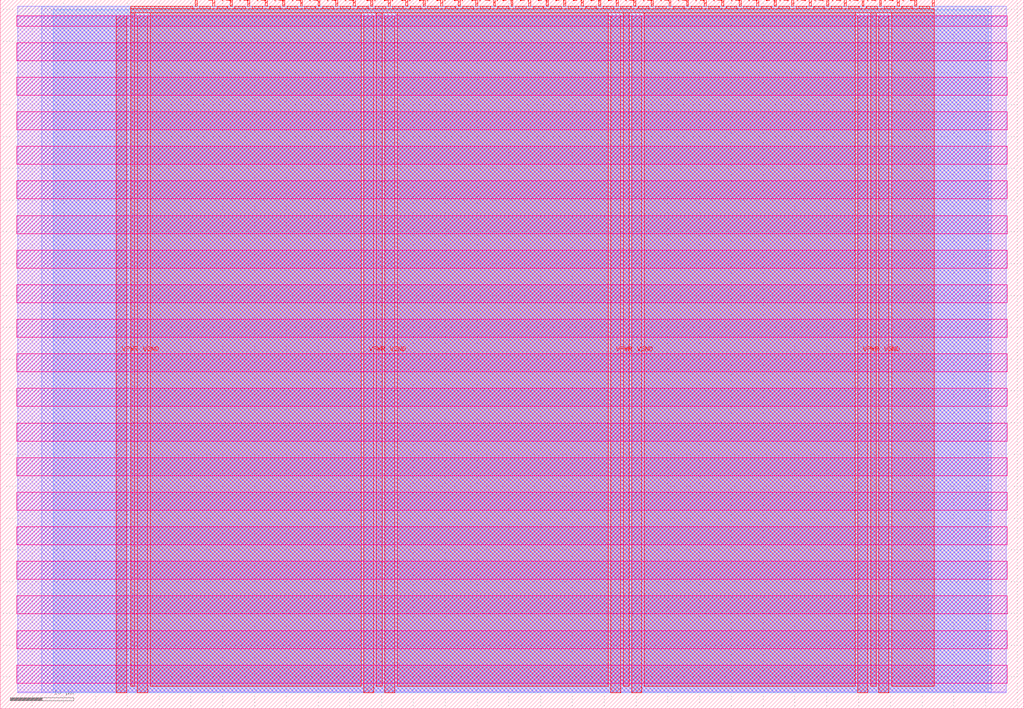
<source format=lef>
VERSION 5.7 ;
  NOWIREEXTENSIONATPIN ON ;
  DIVIDERCHAR "/" ;
  BUSBITCHARS "[]" ;
MACRO tt_um_rebeccargb_tt09ball_screensaver
  CLASS BLOCK ;
  FOREIGN tt_um_rebeccargb_tt09ball_screensaver ;
  ORIGIN 0.000 0.000 ;
  SIZE 161.000 BY 111.520 ;
  PIN VGND
    DIRECTION INOUT ;
    USE GROUND ;
    PORT
      LAYER met4 ;
        RECT 21.580 2.480 23.180 109.040 ;
    END
    PORT
      LAYER met4 ;
        RECT 60.450 2.480 62.050 109.040 ;
    END
    PORT
      LAYER met4 ;
        RECT 99.320 2.480 100.920 109.040 ;
    END
    PORT
      LAYER met4 ;
        RECT 138.190 2.480 139.790 109.040 ;
    END
  END VGND
  PIN VPWR
    DIRECTION INOUT ;
    USE POWER ;
    PORT
      LAYER met4 ;
        RECT 18.280 2.480 19.880 109.040 ;
    END
    PORT
      LAYER met4 ;
        RECT 57.150 2.480 58.750 109.040 ;
    END
    PORT
      LAYER met4 ;
        RECT 96.020 2.480 97.620 109.040 ;
    END
    PORT
      LAYER met4 ;
        RECT 134.890 2.480 136.490 109.040 ;
    END
  END VPWR
  PIN clk
    DIRECTION INPUT ;
    USE SIGNAL ;
    ANTENNAGATEAREA 0.852000 ;
    PORT
      LAYER met4 ;
        RECT 143.830 110.520 144.130 111.520 ;
    END
  END clk
  PIN ena
    DIRECTION INPUT ;
    USE SIGNAL ;
    PORT
      LAYER met4 ;
        RECT 146.590 110.520 146.890 111.520 ;
    END
  END ena
  PIN rst_n
    DIRECTION INPUT ;
    USE SIGNAL ;
    ANTENNAGATEAREA 0.196500 ;
    PORT
      LAYER met4 ;
        RECT 141.070 110.520 141.370 111.520 ;
    END
  END rst_n
  PIN ui_in[0]
    DIRECTION INPUT ;
    USE SIGNAL ;
    ANTENNAGATEAREA 0.196500 ;
    PORT
      LAYER met4 ;
        RECT 138.310 110.520 138.610 111.520 ;
    END
  END ui_in[0]
  PIN ui_in[1]
    DIRECTION INPUT ;
    USE SIGNAL ;
    ANTENNAGATEAREA 0.196500 ;
    PORT
      LAYER met4 ;
        RECT 135.550 110.520 135.850 111.520 ;
    END
  END ui_in[1]
  PIN ui_in[2]
    DIRECTION INPUT ;
    USE SIGNAL ;
    PORT
      LAYER met4 ;
        RECT 132.790 110.520 133.090 111.520 ;
    END
  END ui_in[2]
  PIN ui_in[3]
    DIRECTION INPUT ;
    USE SIGNAL ;
    PORT
      LAYER met4 ;
        RECT 130.030 110.520 130.330 111.520 ;
    END
  END ui_in[3]
  PIN ui_in[4]
    DIRECTION INPUT ;
    USE SIGNAL ;
    PORT
      LAYER met4 ;
        RECT 127.270 110.520 127.570 111.520 ;
    END
  END ui_in[4]
  PIN ui_in[5]
    DIRECTION INPUT ;
    USE SIGNAL ;
    PORT
      LAYER met4 ;
        RECT 124.510 110.520 124.810 111.520 ;
    END
  END ui_in[5]
  PIN ui_in[6]
    DIRECTION INPUT ;
    USE SIGNAL ;
    PORT
      LAYER met4 ;
        RECT 121.750 110.520 122.050 111.520 ;
    END
  END ui_in[6]
  PIN ui_in[7]
    DIRECTION INPUT ;
    USE SIGNAL ;
    PORT
      LAYER met4 ;
        RECT 118.990 110.520 119.290 111.520 ;
    END
  END ui_in[7]
  PIN uio_in[0]
    DIRECTION INPUT ;
    USE SIGNAL ;
    PORT
      LAYER met4 ;
        RECT 116.230 110.520 116.530 111.520 ;
    END
  END uio_in[0]
  PIN uio_in[1]
    DIRECTION INPUT ;
    USE SIGNAL ;
    PORT
      LAYER met4 ;
        RECT 113.470 110.520 113.770 111.520 ;
    END
  END uio_in[1]
  PIN uio_in[2]
    DIRECTION INPUT ;
    USE SIGNAL ;
    PORT
      LAYER met4 ;
        RECT 110.710 110.520 111.010 111.520 ;
    END
  END uio_in[2]
  PIN uio_in[3]
    DIRECTION INPUT ;
    USE SIGNAL ;
    PORT
      LAYER met4 ;
        RECT 107.950 110.520 108.250 111.520 ;
    END
  END uio_in[3]
  PIN uio_in[4]
    DIRECTION INPUT ;
    USE SIGNAL ;
    PORT
      LAYER met4 ;
        RECT 105.190 110.520 105.490 111.520 ;
    END
  END uio_in[4]
  PIN uio_in[5]
    DIRECTION INPUT ;
    USE SIGNAL ;
    PORT
      LAYER met4 ;
        RECT 102.430 110.520 102.730 111.520 ;
    END
  END uio_in[5]
  PIN uio_in[6]
    DIRECTION INPUT ;
    USE SIGNAL ;
    PORT
      LAYER met4 ;
        RECT 99.670 110.520 99.970 111.520 ;
    END
  END uio_in[6]
  PIN uio_in[7]
    DIRECTION INPUT ;
    USE SIGNAL ;
    PORT
      LAYER met4 ;
        RECT 96.910 110.520 97.210 111.520 ;
    END
  END uio_in[7]
  PIN uio_oe[0]
    DIRECTION OUTPUT ;
    USE SIGNAL ;
    ANTENNADIFFAREA 0.445500 ;
    PORT
      LAYER met4 ;
        RECT 49.990 110.520 50.290 111.520 ;
    END
  END uio_oe[0]
  PIN uio_oe[1]
    DIRECTION OUTPUT ;
    USE SIGNAL ;
    ANTENNADIFFAREA 0.445500 ;
    PORT
      LAYER met4 ;
        RECT 47.230 110.520 47.530 111.520 ;
    END
  END uio_oe[1]
  PIN uio_oe[2]
    DIRECTION OUTPUT ;
    USE SIGNAL ;
    ANTENNADIFFAREA 0.445500 ;
    PORT
      LAYER met4 ;
        RECT 44.470 110.520 44.770 111.520 ;
    END
  END uio_oe[2]
  PIN uio_oe[3]
    DIRECTION OUTPUT ;
    USE SIGNAL ;
    ANTENNADIFFAREA 0.445500 ;
    PORT
      LAYER met4 ;
        RECT 41.710 110.520 42.010 111.520 ;
    END
  END uio_oe[3]
  PIN uio_oe[4]
    DIRECTION OUTPUT ;
    USE SIGNAL ;
    ANTENNADIFFAREA 0.445500 ;
    PORT
      LAYER met4 ;
        RECT 38.950 110.520 39.250 111.520 ;
    END
  END uio_oe[4]
  PIN uio_oe[5]
    DIRECTION OUTPUT ;
    USE SIGNAL ;
    ANTENNADIFFAREA 0.445500 ;
    PORT
      LAYER met4 ;
        RECT 36.190 110.520 36.490 111.520 ;
    END
  END uio_oe[5]
  PIN uio_oe[6]
    DIRECTION OUTPUT ;
    USE SIGNAL ;
    ANTENNADIFFAREA 0.445500 ;
    PORT
      LAYER met4 ;
        RECT 33.430 110.520 33.730 111.520 ;
    END
  END uio_oe[6]
  PIN uio_oe[7]
    DIRECTION OUTPUT ;
    USE SIGNAL ;
    ANTENNADIFFAREA 0.445500 ;
    PORT
      LAYER met4 ;
        RECT 30.670 110.520 30.970 111.520 ;
    END
  END uio_oe[7]
  PIN uio_out[0]
    DIRECTION OUTPUT ;
    USE SIGNAL ;
    ANTENNADIFFAREA 0.445500 ;
    PORT
      LAYER met4 ;
        RECT 72.070 110.520 72.370 111.520 ;
    END
  END uio_out[0]
  PIN uio_out[1]
    DIRECTION OUTPUT ;
    USE SIGNAL ;
    ANTENNADIFFAREA 0.445500 ;
    PORT
      LAYER met4 ;
        RECT 69.310 110.520 69.610 111.520 ;
    END
  END uio_out[1]
  PIN uio_out[2]
    DIRECTION OUTPUT ;
    USE SIGNAL ;
    ANTENNADIFFAREA 0.445500 ;
    PORT
      LAYER met4 ;
        RECT 66.550 110.520 66.850 111.520 ;
    END
  END uio_out[2]
  PIN uio_out[3]
    DIRECTION OUTPUT ;
    USE SIGNAL ;
    ANTENNADIFFAREA 0.445500 ;
    PORT
      LAYER met4 ;
        RECT 63.790 110.520 64.090 111.520 ;
    END
  END uio_out[3]
  PIN uio_out[4]
    DIRECTION OUTPUT ;
    USE SIGNAL ;
    ANTENNADIFFAREA 0.445500 ;
    PORT
      LAYER met4 ;
        RECT 61.030 110.520 61.330 111.520 ;
    END
  END uio_out[4]
  PIN uio_out[5]
    DIRECTION OUTPUT ;
    USE SIGNAL ;
    ANTENNADIFFAREA 0.445500 ;
    PORT
      LAYER met4 ;
        RECT 58.270 110.520 58.570 111.520 ;
    END
  END uio_out[5]
  PIN uio_out[6]
    DIRECTION OUTPUT ;
    USE SIGNAL ;
    ANTENNADIFFAREA 0.445500 ;
    PORT
      LAYER met4 ;
        RECT 55.510 110.520 55.810 111.520 ;
    END
  END uio_out[6]
  PIN uio_out[7]
    DIRECTION OUTPUT ;
    USE SIGNAL ;
    ANTENNADIFFAREA 0.445500 ;
    PORT
      LAYER met4 ;
        RECT 52.750 110.520 53.050 111.520 ;
    END
  END uio_out[7]
  PIN uo_out[0]
    DIRECTION OUTPUT ;
    USE SIGNAL ;
    ANTENNADIFFAREA 0.445500 ;
    PORT
      LAYER met4 ;
        RECT 94.150 110.520 94.450 111.520 ;
    END
  END uo_out[0]
  PIN uo_out[1]
    DIRECTION OUTPUT ;
    USE SIGNAL ;
    ANTENNADIFFAREA 0.445500 ;
    PORT
      LAYER met4 ;
        RECT 91.390 110.520 91.690 111.520 ;
    END
  END uo_out[1]
  PIN uo_out[2]
    DIRECTION OUTPUT ;
    USE SIGNAL ;
    ANTENNADIFFAREA 0.445500 ;
    PORT
      LAYER met4 ;
        RECT 88.630 110.520 88.930 111.520 ;
    END
  END uo_out[2]
  PIN uo_out[3]
    DIRECTION OUTPUT ;
    USE SIGNAL ;
    ANTENNADIFFAREA 0.795200 ;
    PORT
      LAYER met4 ;
        RECT 85.870 110.520 86.170 111.520 ;
    END
  END uo_out[3]
  PIN uo_out[4]
    DIRECTION OUTPUT ;
    USE SIGNAL ;
    ANTENNADIFFAREA 0.445500 ;
    PORT
      LAYER met4 ;
        RECT 83.110 110.520 83.410 111.520 ;
    END
  END uo_out[4]
  PIN uo_out[5]
    DIRECTION OUTPUT ;
    USE SIGNAL ;
    ANTENNADIFFAREA 0.445500 ;
    PORT
      LAYER met4 ;
        RECT 80.350 110.520 80.650 111.520 ;
    END
  END uo_out[5]
  PIN uo_out[6]
    DIRECTION OUTPUT ;
    USE SIGNAL ;
    ANTENNAGATEAREA 0.159000 ;
    ANTENNADIFFAREA 0.445500 ;
    PORT
      LAYER met4 ;
        RECT 77.590 110.520 77.890 111.520 ;
    END
  END uo_out[6]
  PIN uo_out[7]
    DIRECTION OUTPUT ;
    USE SIGNAL ;
    ANTENNADIFFAREA 0.445500 ;
    PORT
      LAYER met4 ;
        RECT 74.830 110.520 75.130 111.520 ;
    END
  END uo_out[7]
  OBS
      LAYER nwell ;
        RECT 2.570 107.385 158.430 108.990 ;
        RECT 2.570 101.945 158.430 104.775 ;
        RECT 2.570 96.505 158.430 99.335 ;
        RECT 2.570 91.065 158.430 93.895 ;
        RECT 2.570 85.625 158.430 88.455 ;
        RECT 2.570 80.185 158.430 83.015 ;
        RECT 2.570 74.745 158.430 77.575 ;
        RECT 2.570 69.305 158.430 72.135 ;
        RECT 2.570 63.865 158.430 66.695 ;
        RECT 2.570 58.425 158.430 61.255 ;
        RECT 2.570 52.985 158.430 55.815 ;
        RECT 2.570 47.545 158.430 50.375 ;
        RECT 2.570 42.105 158.430 44.935 ;
        RECT 2.570 36.665 158.430 39.495 ;
        RECT 2.570 31.225 158.430 34.055 ;
        RECT 2.570 25.785 158.430 28.615 ;
        RECT 2.570 20.345 158.430 23.175 ;
        RECT 2.570 14.905 158.430 17.735 ;
        RECT 2.570 9.465 158.430 12.295 ;
        RECT 2.570 4.025 158.430 6.855 ;
      LAYER li1 ;
        RECT 2.760 2.635 158.240 108.885 ;
      LAYER met1 ;
        RECT 2.760 2.480 158.240 110.460 ;
      LAYER met2 ;
        RECT 6.540 2.535 155.840 110.490 ;
      LAYER met3 ;
        RECT 8.345 2.555 155.415 109.985 ;
      LAYER met4 ;
        RECT 20.535 110.120 30.270 110.520 ;
        RECT 31.370 110.120 33.030 110.520 ;
        RECT 34.130 110.120 35.790 110.520 ;
        RECT 36.890 110.120 38.550 110.520 ;
        RECT 39.650 110.120 41.310 110.520 ;
        RECT 42.410 110.120 44.070 110.520 ;
        RECT 45.170 110.120 46.830 110.520 ;
        RECT 47.930 110.120 49.590 110.520 ;
        RECT 50.690 110.120 52.350 110.520 ;
        RECT 53.450 110.120 55.110 110.520 ;
        RECT 56.210 110.120 57.870 110.520 ;
        RECT 58.970 110.120 60.630 110.520 ;
        RECT 61.730 110.120 63.390 110.520 ;
        RECT 64.490 110.120 66.150 110.520 ;
        RECT 67.250 110.120 68.910 110.520 ;
        RECT 70.010 110.120 71.670 110.520 ;
        RECT 72.770 110.120 74.430 110.520 ;
        RECT 75.530 110.120 77.190 110.520 ;
        RECT 78.290 110.120 79.950 110.520 ;
        RECT 81.050 110.120 82.710 110.520 ;
        RECT 83.810 110.120 85.470 110.520 ;
        RECT 86.570 110.120 88.230 110.520 ;
        RECT 89.330 110.120 90.990 110.520 ;
        RECT 92.090 110.120 93.750 110.520 ;
        RECT 94.850 110.120 96.510 110.520 ;
        RECT 97.610 110.120 99.270 110.520 ;
        RECT 100.370 110.120 102.030 110.520 ;
        RECT 103.130 110.120 104.790 110.520 ;
        RECT 105.890 110.120 107.550 110.520 ;
        RECT 108.650 110.120 110.310 110.520 ;
        RECT 111.410 110.120 113.070 110.520 ;
        RECT 114.170 110.120 115.830 110.520 ;
        RECT 116.930 110.120 118.590 110.520 ;
        RECT 119.690 110.120 121.350 110.520 ;
        RECT 122.450 110.120 124.110 110.520 ;
        RECT 125.210 110.120 126.870 110.520 ;
        RECT 127.970 110.120 129.630 110.520 ;
        RECT 130.730 110.120 132.390 110.520 ;
        RECT 133.490 110.120 135.150 110.520 ;
        RECT 136.250 110.120 137.910 110.520 ;
        RECT 139.010 110.120 140.670 110.520 ;
        RECT 141.770 110.120 143.430 110.520 ;
        RECT 144.530 110.120 146.190 110.520 ;
        RECT 20.535 109.440 146.905 110.120 ;
        RECT 20.535 3.575 21.180 109.440 ;
        RECT 23.580 3.575 56.750 109.440 ;
        RECT 59.150 3.575 60.050 109.440 ;
        RECT 62.450 3.575 95.620 109.440 ;
        RECT 98.020 3.575 98.920 109.440 ;
        RECT 101.320 3.575 134.490 109.440 ;
        RECT 136.890 3.575 137.790 109.440 ;
        RECT 140.190 3.575 146.905 109.440 ;
  END
END tt_um_rebeccargb_tt09ball_screensaver
END LIBRARY


</source>
